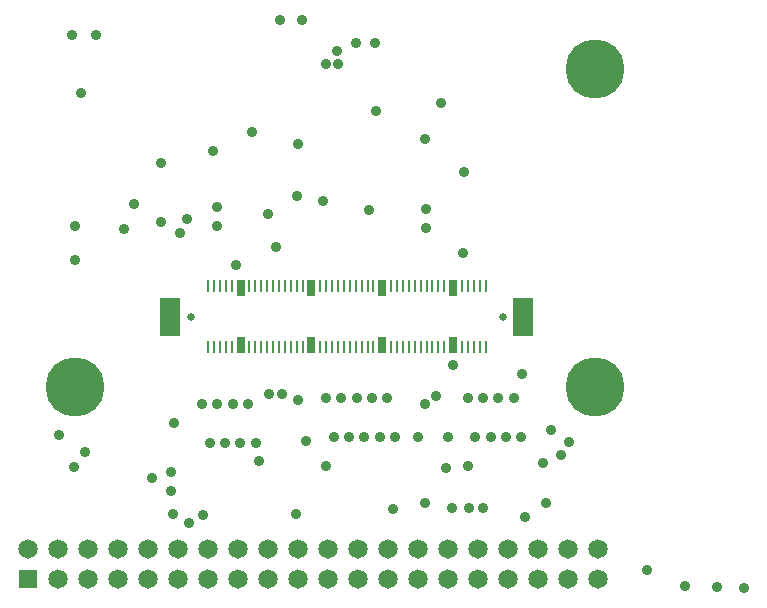
<source format=gbs>
%FSLAX25Y25*%
%MOIN*%
G70*
G01*
G75*
G04 Layer_Color=16711935*
%ADD10R,0.03937X0.03937*%
%ADD11O,0.02362X0.08661*%
%ADD12R,0.02559X0.04331*%
%ADD13R,0.03937X0.03543*%
%ADD14R,0.03543X0.03937*%
%ADD15R,0.05118X0.07087*%
%ADD16R,0.03937X0.04331*%
%ADD17R,0.03937X0.03937*%
%ADD18R,0.04331X0.02559*%
%ADD19O,0.01378X0.06693*%
%ADD20O,0.06693X0.01772*%
%ADD21R,0.09449X0.03937*%
%ADD22R,0.09449X0.12992*%
%ADD23C,0.03000*%
%ADD24C,0.00700*%
%ADD25C,0.01969*%
%ADD26C,0.05000*%
%ADD27C,0.00800*%
%ADD28C,0.04000*%
%ADD29C,0.02000*%
%ADD30C,0.00787*%
%ADD31C,0.01500*%
%ADD32C,0.01000*%
%ADD33C,0.02500*%
%ADD34C,0.01969*%
%ADD35R,0.05906X0.05906*%
%ADD36C,0.05906*%
%ADD37C,0.07874*%
%ADD38C,0.03000*%
%ADD39R,0.01181X0.04331*%
%ADD40R,0.02756X0.05906*%
%ADD41R,0.06299X0.12205*%
%ADD42C,0.00984*%
%ADD43C,0.02362*%
%ADD44C,0.00500*%
%ADD45R,0.00600X0.00200*%
%ADD46R,0.01000X0.00200*%
%ADD47R,0.01600X0.00200*%
%ADD48R,0.01400X0.00200*%
%ADD49R,0.02000X0.00200*%
%ADD50R,0.02600X0.00200*%
%ADD51R,0.02400X0.00200*%
%ADD52R,0.03000X0.00200*%
%ADD53R,0.03400X0.00200*%
%ADD54R,0.00400X0.00200*%
%ADD55R,0.04000X0.00200*%
%ADD56R,0.04400X0.00200*%
%ADD57R,0.06800X0.00200*%
%ADD58R,0.06600X0.00200*%
%ADD59R,0.07000X0.00200*%
%ADD60R,0.07200X0.00200*%
%ADD61R,0.07600X0.00200*%
%ADD62R,0.07400X0.00200*%
%ADD63R,0.08000X0.00200*%
%ADD64R,0.07800X0.00200*%
%ADD65R,0.08400X0.00200*%
%ADD66R,0.09200X0.00200*%
%ADD67R,0.10200X0.00200*%
%ADD68R,0.10000X0.00200*%
%ADD69R,0.09800X0.00200*%
%ADD70R,0.10400X0.00200*%
%ADD71R,0.09000X0.00200*%
%ADD72R,0.19000X0.00200*%
%ADD73R,0.18600X0.00200*%
%ADD74R,0.18200X0.00200*%
%ADD75R,0.18400X0.00200*%
%ADD76R,0.19200X0.00200*%
%ADD77R,0.19400X0.00200*%
%ADD78R,0.19800X0.00200*%
%ADD79R,0.20000X0.00200*%
%ADD80R,0.20200X0.00200*%
%ADD81R,0.20600X0.00200*%
%ADD82R,0.21000X0.00200*%
%ADD83R,0.21400X0.00200*%
%ADD84R,0.21800X0.00200*%
%ADD85R,0.22200X0.00200*%
%ADD86R,0.04800X0.00200*%
%ADD87R,0.08600X0.00200*%
%ADD88R,0.03800X0.00200*%
%ADD89R,0.05800X0.00200*%
%ADD90R,0.02800X0.00200*%
%ADD91R,0.05000X0.00200*%
%ADD92R,0.01800X0.00200*%
%ADD93R,0.04600X0.00200*%
%ADD94R,0.04200X0.00200*%
%ADD95R,0.00800X0.00200*%
%ADD96R,0.05400X0.00200*%
%ADD97R,0.02200X0.00200*%
%ADD98R,0.06400X0.00200*%
%ADD99R,0.03600X0.00200*%
%ADD100R,0.01200X0.00200*%
%ADD101R,0.11800X0.00200*%
%ADD102R,0.11600X0.00200*%
%ADD103R,0.00200X0.00200*%
%ADD104C,0.00492*%
%ADD105C,0.00600*%
G04:AMPARAMS|DCode=106|XSize=78.74mil|YSize=78.74mil|CornerRadius=19.69mil|HoleSize=0mil|Usage=FLASHONLY|Rotation=0.000|XOffset=0mil|YOffset=0mil|HoleType=Round|Shape=RoundedRectangle|*
%AMROUNDEDRECTD106*
21,1,0.07874,0.03937,0,0,0.0*
21,1,0.03937,0.07874,0,0,0.0*
1,1,0.03937,0.01969,-0.01969*
1,1,0.03937,-0.01969,-0.01969*
1,1,0.03937,-0.01969,0.01969*
1,1,0.03937,0.01969,0.01969*
%
%ADD106ROUNDEDRECTD106*%
%ADD107R,0.04488X0.04488*%
%ADD108O,0.02913X0.09213*%
%ADD109R,0.03150X0.04921*%
%ADD110R,0.04488X0.04095*%
%ADD111R,0.04095X0.04488*%
%ADD112R,0.05669X0.07638*%
%ADD113R,0.04488X0.04882*%
%ADD114R,0.04488X0.04488*%
%ADD115R,0.04921X0.03150*%
%ADD116O,0.01929X0.07244*%
%ADD117O,0.07244X0.02323*%
%ADD118R,0.10000X0.04488*%
%ADD119R,0.10000X0.13543*%
%ADD120C,0.02520*%
%ADD121R,0.06457X0.06457*%
%ADD122C,0.06457*%
%ADD123C,0.19685*%
%ADD124C,0.03551*%
%ADD125R,0.00984X0.04134*%
%ADD126R,0.02559X0.05709*%
%ADD127R,0.06850X0.12756*%
D120*
X583394Y233433D02*
D03*
X687331D02*
D03*
D121*
X529063Y146031D02*
D03*
D122*
Y156032D02*
D03*
X539063Y146031D02*
D03*
Y156032D02*
D03*
X549063Y146031D02*
D03*
X549063Y156032D02*
D03*
X559063Y146031D02*
D03*
Y156032D02*
D03*
X569063Y146031D02*
D03*
Y156032D02*
D03*
X579063Y146031D02*
D03*
Y156032D02*
D03*
X589063Y146031D02*
D03*
Y156032D02*
D03*
X599063Y146031D02*
D03*
X599063Y156032D02*
D03*
X609063Y146031D02*
D03*
Y156032D02*
D03*
X619063Y146031D02*
D03*
Y156032D02*
D03*
X629063Y146031D02*
D03*
Y156032D02*
D03*
X639063Y146031D02*
D03*
X639063Y156032D02*
D03*
X649063Y146031D02*
D03*
X649063Y156032D02*
D03*
X659063Y146031D02*
D03*
Y156032D02*
D03*
X669063Y146031D02*
D03*
Y156032D02*
D03*
X679063Y146031D02*
D03*
Y156032D02*
D03*
X689063Y146031D02*
D03*
X689063Y156032D02*
D03*
X699063Y146031D02*
D03*
Y156032D02*
D03*
X709063Y146031D02*
D03*
Y156032D02*
D03*
X719063Y146031D02*
D03*
Y156032D02*
D03*
D123*
X718039Y209811D02*
D03*
X544811D02*
D03*
X718039Y316110D02*
D03*
D124*
X608984Y267685D02*
D03*
X544811Y263748D02*
D03*
Y252331D02*
D03*
X592055Y270047D02*
D03*
X582213Y266110D02*
D03*
X590874Y288551D02*
D03*
X573551Y284614D02*
D03*
X592055Y263748D02*
D03*
X546779Y307842D02*
D03*
X564496Y270835D02*
D03*
X560972Y262587D02*
D03*
X573551Y264929D02*
D03*
X693532Y193276D02*
D03*
X646287D02*
D03*
X688413D02*
D03*
X690972Y206268D02*
D03*
X685854Y206268D02*
D03*
X589595Y191307D02*
D03*
X638610Y206268D02*
D03*
X683295Y193276D02*
D03*
X597272Y204299D02*
D03*
X599831Y191307D02*
D03*
X587035Y204299D02*
D03*
X675618Y206268D02*
D03*
X648846Y206268D02*
D03*
X651405Y193276D02*
D03*
X602390Y204299D02*
D03*
X604949Y191307D02*
D03*
X678177Y193276D02*
D03*
X680736Y206268D02*
D03*
X592154Y204299D02*
D03*
X594713Y191307D02*
D03*
X636051Y193276D02*
D03*
X633492Y206268D02*
D03*
X643728D02*
D03*
X641169Y193276D02*
D03*
X587331Y167291D02*
D03*
X582606Y164535D02*
D03*
X577488Y167685D02*
D03*
X680736Y169653D02*
D03*
X675913D02*
D03*
X675618Y183728D02*
D03*
X670402Y169653D02*
D03*
X650716Y169260D02*
D03*
X598354Y250756D02*
D03*
X670795Y217291D02*
D03*
X628276Y317685D02*
D03*
X632409Y317488D02*
D03*
X632213Y322016D02*
D03*
X603866Y294850D02*
D03*
X628374Y206169D02*
D03*
X630933Y193374D02*
D03*
X628374Y183728D02*
D03*
X609378Y207449D02*
D03*
X619220Y205480D02*
D03*
X613709Y207449D02*
D03*
X621583Y192095D02*
D03*
X665109Y207055D02*
D03*
X661521Y204299D02*
D03*
X669073Y193128D02*
D03*
X668433Y183039D02*
D03*
X658984Y193276D02*
D03*
X661346Y171228D02*
D03*
X618433Y167685D02*
D03*
X694811Y166504D02*
D03*
X606228Y185402D02*
D03*
X701898Y171228D02*
D03*
X700716Y184614D02*
D03*
X693630Y214142D02*
D03*
X661740Y262961D02*
D03*
Y269260D02*
D03*
X666858Y304693D02*
D03*
X661346Y292488D02*
D03*
X703472Y195638D02*
D03*
X674339Y281465D02*
D03*
X673945Y254693D02*
D03*
X570402Y179496D02*
D03*
X576898Y175362D02*
D03*
X577685Y197803D02*
D03*
X551898Y327134D02*
D03*
X543630D02*
D03*
X579850Y261386D02*
D03*
X618827Y273590D02*
D03*
X611740Y256661D02*
D03*
X645205Y301937D02*
D03*
X619220Y290913D02*
D03*
X644811Y324772D02*
D03*
X638512D02*
D03*
X642842Y268866D02*
D03*
X627488Y272016D02*
D03*
X539299Y194063D02*
D03*
X547961Y188157D02*
D03*
X544417Y183433D02*
D03*
X576701Y181465D02*
D03*
X620402Y332252D02*
D03*
X612921D02*
D03*
X709378Y191701D02*
D03*
X706622Y187370D02*
D03*
X735559Y148984D02*
D03*
X747961Y143669D02*
D03*
X758591Y143276D02*
D03*
X767646Y142882D02*
D03*
D125*
X589102Y243669D02*
D03*
X591071D02*
D03*
X593039D02*
D03*
X595008D02*
D03*
X596976D02*
D03*
X602882D02*
D03*
X604850D02*
D03*
X606819D02*
D03*
X608787D02*
D03*
X610756D02*
D03*
X612724D02*
D03*
X614693Y243669D02*
D03*
X616661D02*
D03*
X618630Y243669D02*
D03*
X620598D02*
D03*
X626504D02*
D03*
X628472D02*
D03*
X630441D02*
D03*
X632409D02*
D03*
X634378D02*
D03*
X636346D02*
D03*
X638315D02*
D03*
X640283D02*
D03*
X642252D02*
D03*
X644220D02*
D03*
X650126D02*
D03*
X652095D02*
D03*
X654063Y243669D02*
D03*
X656032D02*
D03*
X658000Y243669D02*
D03*
X659969D02*
D03*
X661937D02*
D03*
X663905D02*
D03*
X665874D02*
D03*
X667842D02*
D03*
X589102Y223197D02*
D03*
X591071D02*
D03*
X593039D02*
D03*
X595008D02*
D03*
X596976D02*
D03*
X602882D02*
D03*
X604850D02*
D03*
X606819D02*
D03*
X608787D02*
D03*
X610756D02*
D03*
X612724D02*
D03*
X614693Y223197D02*
D03*
X616661D02*
D03*
X618630Y223197D02*
D03*
X620598D02*
D03*
X626504D02*
D03*
X628472D02*
D03*
X630441D02*
D03*
X632409D02*
D03*
X634378D02*
D03*
X636346D02*
D03*
X638315D02*
D03*
X640283D02*
D03*
X642252D02*
D03*
X644220D02*
D03*
X650126D02*
D03*
X652095D02*
D03*
X654063Y223197D02*
D03*
X656032D02*
D03*
X658000Y223197D02*
D03*
X659969D02*
D03*
X661937D02*
D03*
X663905D02*
D03*
X665874D02*
D03*
X667842D02*
D03*
X673748Y243669D02*
D03*
X675716D02*
D03*
X677685D02*
D03*
X679654D02*
D03*
X681622D02*
D03*
X673748Y223197D02*
D03*
X675716D02*
D03*
X677685D02*
D03*
X679654D02*
D03*
X681622D02*
D03*
D126*
X599929Y242882D02*
D03*
X623551D02*
D03*
X647173D02*
D03*
X599929Y223984D02*
D03*
X623551D02*
D03*
X647173D02*
D03*
X670795Y242882D02*
D03*
Y223984D02*
D03*
D127*
X576504Y233433D02*
D03*
X694220D02*
D03*
M02*

</source>
